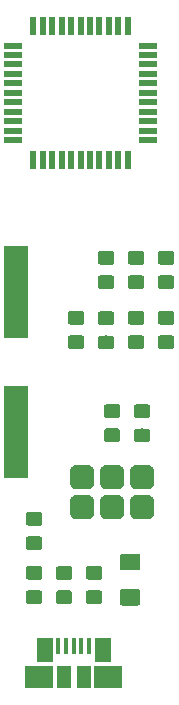
<source format=gbr>
G04 #@! TF.GenerationSoftware,KiCad,Pcbnew,5.0.2-bee76a0~70~ubuntu18.04.1*
G04 #@! TF.CreationDate,2019-10-25T22:44:05+08:00*
G04 #@! TF.ProjectId,TuneShroom,54756e65-5368-4726-9f6f-6d2e6b696361,rev?*
G04 #@! TF.SameCoordinates,Original*
G04 #@! TF.FileFunction,Paste,Bot*
G04 #@! TF.FilePolarity,Positive*
%FSLAX46Y46*%
G04 Gerber Fmt 4.6, Leading zero omitted, Abs format (unit mm)*
G04 Created by KiCad (PCBNEW 5.0.2-bee76a0~70~ubuntu18.04.1) date Fri 25 Oct 2019 22:44:05 HKT*
%MOMM*%
%LPD*%
G01*
G04 APERTURE LIST*
%ADD10R,0.450000X1.380000*%
%ADD11R,1.475000X2.100000*%
%ADD12R,2.375000X1.900000*%
%ADD13R,1.175000X1.900000*%
%ADD14C,0.100000*%
%ADD15C,1.150000*%
%ADD16C,1.425000*%
%ADD17C,2.032000*%
%ADD18R,1.500000X0.550000*%
%ADD19R,0.550000X1.500000*%
%ADD20R,2.000000X7.875000*%
G04 APERTURE END LIST*
D10*
G04 #@! TO.C,J23*
X105247500Y-136180000D03*
X104597500Y-136180000D03*
X103947500Y-136180000D03*
X103297500Y-136180000D03*
X102647500Y-136180000D03*
D11*
X106410000Y-136540000D03*
X101485000Y-136540000D03*
D12*
X106857500Y-138840000D03*
X101037500Y-138840000D03*
D13*
X104787500Y-138840000D03*
X103107500Y-138840000D03*
G04 #@! TD*
D14*
G04 #@! TO.C,R1*
G36*
X107154505Y-102786204D02*
X107178773Y-102789804D01*
X107202572Y-102795765D01*
X107225671Y-102804030D01*
X107247850Y-102814520D01*
X107268893Y-102827132D01*
X107288599Y-102841747D01*
X107306777Y-102858223D01*
X107323253Y-102876401D01*
X107337868Y-102896107D01*
X107350480Y-102917150D01*
X107360970Y-102939329D01*
X107369235Y-102962428D01*
X107375196Y-102986227D01*
X107378796Y-103010495D01*
X107380000Y-103034999D01*
X107380000Y-103685001D01*
X107378796Y-103709505D01*
X107375196Y-103733773D01*
X107369235Y-103757572D01*
X107360970Y-103780671D01*
X107350480Y-103802850D01*
X107337868Y-103823893D01*
X107323253Y-103843599D01*
X107306777Y-103861777D01*
X107288599Y-103878253D01*
X107268893Y-103892868D01*
X107247850Y-103905480D01*
X107225671Y-103915970D01*
X107202572Y-103924235D01*
X107178773Y-103930196D01*
X107154505Y-103933796D01*
X107130001Y-103935000D01*
X106229999Y-103935000D01*
X106205495Y-103933796D01*
X106181227Y-103930196D01*
X106157428Y-103924235D01*
X106134329Y-103915970D01*
X106112150Y-103905480D01*
X106091107Y-103892868D01*
X106071401Y-103878253D01*
X106053223Y-103861777D01*
X106036747Y-103843599D01*
X106022132Y-103823893D01*
X106009520Y-103802850D01*
X105999030Y-103780671D01*
X105990765Y-103757572D01*
X105984804Y-103733773D01*
X105981204Y-103709505D01*
X105980000Y-103685001D01*
X105980000Y-103034999D01*
X105981204Y-103010495D01*
X105984804Y-102986227D01*
X105990765Y-102962428D01*
X105999030Y-102939329D01*
X106009520Y-102917150D01*
X106022132Y-102896107D01*
X106036747Y-102876401D01*
X106053223Y-102858223D01*
X106071401Y-102841747D01*
X106091107Y-102827132D01*
X106112150Y-102814520D01*
X106134329Y-102804030D01*
X106157428Y-102795765D01*
X106181227Y-102789804D01*
X106205495Y-102786204D01*
X106229999Y-102785000D01*
X107130001Y-102785000D01*
X107154505Y-102786204D01*
X107154505Y-102786204D01*
G37*
D15*
X106680000Y-103360000D03*
D14*
G36*
X107154505Y-104836204D02*
X107178773Y-104839804D01*
X107202572Y-104845765D01*
X107225671Y-104854030D01*
X107247850Y-104864520D01*
X107268893Y-104877132D01*
X107288599Y-104891747D01*
X107306777Y-104908223D01*
X107323253Y-104926401D01*
X107337868Y-104946107D01*
X107350480Y-104967150D01*
X107360970Y-104989329D01*
X107369235Y-105012428D01*
X107375196Y-105036227D01*
X107378796Y-105060495D01*
X107380000Y-105084999D01*
X107380000Y-105735001D01*
X107378796Y-105759505D01*
X107375196Y-105783773D01*
X107369235Y-105807572D01*
X107360970Y-105830671D01*
X107350480Y-105852850D01*
X107337868Y-105873893D01*
X107323253Y-105893599D01*
X107306777Y-105911777D01*
X107288599Y-105928253D01*
X107268893Y-105942868D01*
X107247850Y-105955480D01*
X107225671Y-105965970D01*
X107202572Y-105974235D01*
X107178773Y-105980196D01*
X107154505Y-105983796D01*
X107130001Y-105985000D01*
X106229999Y-105985000D01*
X106205495Y-105983796D01*
X106181227Y-105980196D01*
X106157428Y-105974235D01*
X106134329Y-105965970D01*
X106112150Y-105955480D01*
X106091107Y-105942868D01*
X106071401Y-105928253D01*
X106053223Y-105911777D01*
X106036747Y-105893599D01*
X106022132Y-105873893D01*
X106009520Y-105852850D01*
X105999030Y-105830671D01*
X105990765Y-105807572D01*
X105984804Y-105783773D01*
X105981204Y-105759505D01*
X105980000Y-105735001D01*
X105980000Y-105084999D01*
X105981204Y-105060495D01*
X105984804Y-105036227D01*
X105990765Y-105012428D01*
X105999030Y-104989329D01*
X106009520Y-104967150D01*
X106022132Y-104946107D01*
X106036747Y-104926401D01*
X106053223Y-104908223D01*
X106071401Y-104891747D01*
X106091107Y-104877132D01*
X106112150Y-104864520D01*
X106134329Y-104854030D01*
X106157428Y-104845765D01*
X106181227Y-104839804D01*
X106205495Y-104836204D01*
X106229999Y-104835000D01*
X107130001Y-104835000D01*
X107154505Y-104836204D01*
X107154505Y-104836204D01*
G37*
D15*
X106680000Y-105410000D03*
G04 #@! TD*
D14*
G04 #@! TO.C,R2*
G36*
X103598505Y-129465204D02*
X103622773Y-129468804D01*
X103646572Y-129474765D01*
X103669671Y-129483030D01*
X103691850Y-129493520D01*
X103712893Y-129506132D01*
X103732599Y-129520747D01*
X103750777Y-129537223D01*
X103767253Y-129555401D01*
X103781868Y-129575107D01*
X103794480Y-129596150D01*
X103804970Y-129618329D01*
X103813235Y-129641428D01*
X103819196Y-129665227D01*
X103822796Y-129689495D01*
X103824000Y-129713999D01*
X103824000Y-130364001D01*
X103822796Y-130388505D01*
X103819196Y-130412773D01*
X103813235Y-130436572D01*
X103804970Y-130459671D01*
X103794480Y-130481850D01*
X103781868Y-130502893D01*
X103767253Y-130522599D01*
X103750777Y-130540777D01*
X103732599Y-130557253D01*
X103712893Y-130571868D01*
X103691850Y-130584480D01*
X103669671Y-130594970D01*
X103646572Y-130603235D01*
X103622773Y-130609196D01*
X103598505Y-130612796D01*
X103574001Y-130614000D01*
X102673999Y-130614000D01*
X102649495Y-130612796D01*
X102625227Y-130609196D01*
X102601428Y-130603235D01*
X102578329Y-130594970D01*
X102556150Y-130584480D01*
X102535107Y-130571868D01*
X102515401Y-130557253D01*
X102497223Y-130540777D01*
X102480747Y-130522599D01*
X102466132Y-130502893D01*
X102453520Y-130481850D01*
X102443030Y-130459671D01*
X102434765Y-130436572D01*
X102428804Y-130412773D01*
X102425204Y-130388505D01*
X102424000Y-130364001D01*
X102424000Y-129713999D01*
X102425204Y-129689495D01*
X102428804Y-129665227D01*
X102434765Y-129641428D01*
X102443030Y-129618329D01*
X102453520Y-129596150D01*
X102466132Y-129575107D01*
X102480747Y-129555401D01*
X102497223Y-129537223D01*
X102515401Y-129520747D01*
X102535107Y-129506132D01*
X102556150Y-129493520D01*
X102578329Y-129483030D01*
X102601428Y-129474765D01*
X102625227Y-129468804D01*
X102649495Y-129465204D01*
X102673999Y-129464000D01*
X103574001Y-129464000D01*
X103598505Y-129465204D01*
X103598505Y-129465204D01*
G37*
D15*
X103124000Y-130039000D03*
D14*
G36*
X103598505Y-131515204D02*
X103622773Y-131518804D01*
X103646572Y-131524765D01*
X103669671Y-131533030D01*
X103691850Y-131543520D01*
X103712893Y-131556132D01*
X103732599Y-131570747D01*
X103750777Y-131587223D01*
X103767253Y-131605401D01*
X103781868Y-131625107D01*
X103794480Y-131646150D01*
X103804970Y-131668329D01*
X103813235Y-131691428D01*
X103819196Y-131715227D01*
X103822796Y-131739495D01*
X103824000Y-131763999D01*
X103824000Y-132414001D01*
X103822796Y-132438505D01*
X103819196Y-132462773D01*
X103813235Y-132486572D01*
X103804970Y-132509671D01*
X103794480Y-132531850D01*
X103781868Y-132552893D01*
X103767253Y-132572599D01*
X103750777Y-132590777D01*
X103732599Y-132607253D01*
X103712893Y-132621868D01*
X103691850Y-132634480D01*
X103669671Y-132644970D01*
X103646572Y-132653235D01*
X103622773Y-132659196D01*
X103598505Y-132662796D01*
X103574001Y-132664000D01*
X102673999Y-132664000D01*
X102649495Y-132662796D01*
X102625227Y-132659196D01*
X102601428Y-132653235D01*
X102578329Y-132644970D01*
X102556150Y-132634480D01*
X102535107Y-132621868D01*
X102515401Y-132607253D01*
X102497223Y-132590777D01*
X102480747Y-132572599D01*
X102466132Y-132552893D01*
X102453520Y-132531850D01*
X102443030Y-132509671D01*
X102434765Y-132486572D01*
X102428804Y-132462773D01*
X102425204Y-132438505D01*
X102424000Y-132414001D01*
X102424000Y-131763999D01*
X102425204Y-131739495D01*
X102428804Y-131715227D01*
X102434765Y-131691428D01*
X102443030Y-131668329D01*
X102453520Y-131646150D01*
X102466132Y-131625107D01*
X102480747Y-131605401D01*
X102497223Y-131587223D01*
X102515401Y-131570747D01*
X102535107Y-131556132D01*
X102556150Y-131543520D01*
X102578329Y-131533030D01*
X102601428Y-131524765D01*
X102625227Y-131518804D01*
X102649495Y-131515204D01*
X102673999Y-131514000D01*
X103574001Y-131514000D01*
X103598505Y-131515204D01*
X103598505Y-131515204D01*
G37*
D15*
X103124000Y-132089000D03*
G04 #@! TD*
D14*
G04 #@! TO.C,R3*
G36*
X106138505Y-131506204D02*
X106162773Y-131509804D01*
X106186572Y-131515765D01*
X106209671Y-131524030D01*
X106231850Y-131534520D01*
X106252893Y-131547132D01*
X106272599Y-131561747D01*
X106290777Y-131578223D01*
X106307253Y-131596401D01*
X106321868Y-131616107D01*
X106334480Y-131637150D01*
X106344970Y-131659329D01*
X106353235Y-131682428D01*
X106359196Y-131706227D01*
X106362796Y-131730495D01*
X106364000Y-131754999D01*
X106364000Y-132405001D01*
X106362796Y-132429505D01*
X106359196Y-132453773D01*
X106353235Y-132477572D01*
X106344970Y-132500671D01*
X106334480Y-132522850D01*
X106321868Y-132543893D01*
X106307253Y-132563599D01*
X106290777Y-132581777D01*
X106272599Y-132598253D01*
X106252893Y-132612868D01*
X106231850Y-132625480D01*
X106209671Y-132635970D01*
X106186572Y-132644235D01*
X106162773Y-132650196D01*
X106138505Y-132653796D01*
X106114001Y-132655000D01*
X105213999Y-132655000D01*
X105189495Y-132653796D01*
X105165227Y-132650196D01*
X105141428Y-132644235D01*
X105118329Y-132635970D01*
X105096150Y-132625480D01*
X105075107Y-132612868D01*
X105055401Y-132598253D01*
X105037223Y-132581777D01*
X105020747Y-132563599D01*
X105006132Y-132543893D01*
X104993520Y-132522850D01*
X104983030Y-132500671D01*
X104974765Y-132477572D01*
X104968804Y-132453773D01*
X104965204Y-132429505D01*
X104964000Y-132405001D01*
X104964000Y-131754999D01*
X104965204Y-131730495D01*
X104968804Y-131706227D01*
X104974765Y-131682428D01*
X104983030Y-131659329D01*
X104993520Y-131637150D01*
X105006132Y-131616107D01*
X105020747Y-131596401D01*
X105037223Y-131578223D01*
X105055401Y-131561747D01*
X105075107Y-131547132D01*
X105096150Y-131534520D01*
X105118329Y-131524030D01*
X105141428Y-131515765D01*
X105165227Y-131509804D01*
X105189495Y-131506204D01*
X105213999Y-131505000D01*
X106114001Y-131505000D01*
X106138505Y-131506204D01*
X106138505Y-131506204D01*
G37*
D15*
X105664000Y-132080000D03*
D14*
G36*
X106138505Y-129456204D02*
X106162773Y-129459804D01*
X106186572Y-129465765D01*
X106209671Y-129474030D01*
X106231850Y-129484520D01*
X106252893Y-129497132D01*
X106272599Y-129511747D01*
X106290777Y-129528223D01*
X106307253Y-129546401D01*
X106321868Y-129566107D01*
X106334480Y-129587150D01*
X106344970Y-129609329D01*
X106353235Y-129632428D01*
X106359196Y-129656227D01*
X106362796Y-129680495D01*
X106364000Y-129704999D01*
X106364000Y-130355001D01*
X106362796Y-130379505D01*
X106359196Y-130403773D01*
X106353235Y-130427572D01*
X106344970Y-130450671D01*
X106334480Y-130472850D01*
X106321868Y-130493893D01*
X106307253Y-130513599D01*
X106290777Y-130531777D01*
X106272599Y-130548253D01*
X106252893Y-130562868D01*
X106231850Y-130575480D01*
X106209671Y-130585970D01*
X106186572Y-130594235D01*
X106162773Y-130600196D01*
X106138505Y-130603796D01*
X106114001Y-130605000D01*
X105213999Y-130605000D01*
X105189495Y-130603796D01*
X105165227Y-130600196D01*
X105141428Y-130594235D01*
X105118329Y-130585970D01*
X105096150Y-130575480D01*
X105075107Y-130562868D01*
X105055401Y-130548253D01*
X105037223Y-130531777D01*
X105020747Y-130513599D01*
X105006132Y-130493893D01*
X104993520Y-130472850D01*
X104983030Y-130450671D01*
X104974765Y-130427572D01*
X104968804Y-130403773D01*
X104965204Y-130379505D01*
X104964000Y-130355001D01*
X104964000Y-129704999D01*
X104965204Y-129680495D01*
X104968804Y-129656227D01*
X104974765Y-129632428D01*
X104983030Y-129609329D01*
X104993520Y-129587150D01*
X105006132Y-129566107D01*
X105020747Y-129546401D01*
X105037223Y-129528223D01*
X105055401Y-129511747D01*
X105075107Y-129497132D01*
X105096150Y-129484520D01*
X105118329Y-129474030D01*
X105141428Y-129465765D01*
X105165227Y-129459804D01*
X105189495Y-129456204D01*
X105213999Y-129455000D01*
X106114001Y-129455000D01*
X106138505Y-129456204D01*
X106138505Y-129456204D01*
G37*
D15*
X105664000Y-130030000D03*
G04 #@! TD*
D14*
G04 #@! TO.C,R4*
G36*
X101058505Y-126934204D02*
X101082773Y-126937804D01*
X101106572Y-126943765D01*
X101129671Y-126952030D01*
X101151850Y-126962520D01*
X101172893Y-126975132D01*
X101192599Y-126989747D01*
X101210777Y-127006223D01*
X101227253Y-127024401D01*
X101241868Y-127044107D01*
X101254480Y-127065150D01*
X101264970Y-127087329D01*
X101273235Y-127110428D01*
X101279196Y-127134227D01*
X101282796Y-127158495D01*
X101284000Y-127182999D01*
X101284000Y-127833001D01*
X101282796Y-127857505D01*
X101279196Y-127881773D01*
X101273235Y-127905572D01*
X101264970Y-127928671D01*
X101254480Y-127950850D01*
X101241868Y-127971893D01*
X101227253Y-127991599D01*
X101210777Y-128009777D01*
X101192599Y-128026253D01*
X101172893Y-128040868D01*
X101151850Y-128053480D01*
X101129671Y-128063970D01*
X101106572Y-128072235D01*
X101082773Y-128078196D01*
X101058505Y-128081796D01*
X101034001Y-128083000D01*
X100133999Y-128083000D01*
X100109495Y-128081796D01*
X100085227Y-128078196D01*
X100061428Y-128072235D01*
X100038329Y-128063970D01*
X100016150Y-128053480D01*
X99995107Y-128040868D01*
X99975401Y-128026253D01*
X99957223Y-128009777D01*
X99940747Y-127991599D01*
X99926132Y-127971893D01*
X99913520Y-127950850D01*
X99903030Y-127928671D01*
X99894765Y-127905572D01*
X99888804Y-127881773D01*
X99885204Y-127857505D01*
X99884000Y-127833001D01*
X99884000Y-127182999D01*
X99885204Y-127158495D01*
X99888804Y-127134227D01*
X99894765Y-127110428D01*
X99903030Y-127087329D01*
X99913520Y-127065150D01*
X99926132Y-127044107D01*
X99940747Y-127024401D01*
X99957223Y-127006223D01*
X99975401Y-126989747D01*
X99995107Y-126975132D01*
X100016150Y-126962520D01*
X100038329Y-126952030D01*
X100061428Y-126943765D01*
X100085227Y-126937804D01*
X100109495Y-126934204D01*
X100133999Y-126933000D01*
X101034001Y-126933000D01*
X101058505Y-126934204D01*
X101058505Y-126934204D01*
G37*
D15*
X100584000Y-127508000D03*
D14*
G36*
X101058505Y-124884204D02*
X101082773Y-124887804D01*
X101106572Y-124893765D01*
X101129671Y-124902030D01*
X101151850Y-124912520D01*
X101172893Y-124925132D01*
X101192599Y-124939747D01*
X101210777Y-124956223D01*
X101227253Y-124974401D01*
X101241868Y-124994107D01*
X101254480Y-125015150D01*
X101264970Y-125037329D01*
X101273235Y-125060428D01*
X101279196Y-125084227D01*
X101282796Y-125108495D01*
X101284000Y-125132999D01*
X101284000Y-125783001D01*
X101282796Y-125807505D01*
X101279196Y-125831773D01*
X101273235Y-125855572D01*
X101264970Y-125878671D01*
X101254480Y-125900850D01*
X101241868Y-125921893D01*
X101227253Y-125941599D01*
X101210777Y-125959777D01*
X101192599Y-125976253D01*
X101172893Y-125990868D01*
X101151850Y-126003480D01*
X101129671Y-126013970D01*
X101106572Y-126022235D01*
X101082773Y-126028196D01*
X101058505Y-126031796D01*
X101034001Y-126033000D01*
X100133999Y-126033000D01*
X100109495Y-126031796D01*
X100085227Y-126028196D01*
X100061428Y-126022235D01*
X100038329Y-126013970D01*
X100016150Y-126003480D01*
X99995107Y-125990868D01*
X99975401Y-125976253D01*
X99957223Y-125959777D01*
X99940747Y-125941599D01*
X99926132Y-125921893D01*
X99913520Y-125900850D01*
X99903030Y-125878671D01*
X99894765Y-125855572D01*
X99888804Y-125831773D01*
X99885204Y-125807505D01*
X99884000Y-125783001D01*
X99884000Y-125132999D01*
X99885204Y-125108495D01*
X99888804Y-125084227D01*
X99894765Y-125060428D01*
X99903030Y-125037329D01*
X99913520Y-125015150D01*
X99926132Y-124994107D01*
X99940747Y-124974401D01*
X99957223Y-124956223D01*
X99975401Y-124939747D01*
X99995107Y-124925132D01*
X100016150Y-124912520D01*
X100038329Y-124902030D01*
X100061428Y-124893765D01*
X100085227Y-124887804D01*
X100109495Y-124884204D01*
X100133999Y-124883000D01*
X101034001Y-124883000D01*
X101058505Y-124884204D01*
X101058505Y-124884204D01*
G37*
D15*
X100584000Y-125458000D03*
G04 #@! TD*
D14*
G04 #@! TO.C,R5*
G36*
X109694505Y-102786204D02*
X109718773Y-102789804D01*
X109742572Y-102795765D01*
X109765671Y-102804030D01*
X109787850Y-102814520D01*
X109808893Y-102827132D01*
X109828599Y-102841747D01*
X109846777Y-102858223D01*
X109863253Y-102876401D01*
X109877868Y-102896107D01*
X109890480Y-102917150D01*
X109900970Y-102939329D01*
X109909235Y-102962428D01*
X109915196Y-102986227D01*
X109918796Y-103010495D01*
X109920000Y-103034999D01*
X109920000Y-103685001D01*
X109918796Y-103709505D01*
X109915196Y-103733773D01*
X109909235Y-103757572D01*
X109900970Y-103780671D01*
X109890480Y-103802850D01*
X109877868Y-103823893D01*
X109863253Y-103843599D01*
X109846777Y-103861777D01*
X109828599Y-103878253D01*
X109808893Y-103892868D01*
X109787850Y-103905480D01*
X109765671Y-103915970D01*
X109742572Y-103924235D01*
X109718773Y-103930196D01*
X109694505Y-103933796D01*
X109670001Y-103935000D01*
X108769999Y-103935000D01*
X108745495Y-103933796D01*
X108721227Y-103930196D01*
X108697428Y-103924235D01*
X108674329Y-103915970D01*
X108652150Y-103905480D01*
X108631107Y-103892868D01*
X108611401Y-103878253D01*
X108593223Y-103861777D01*
X108576747Y-103843599D01*
X108562132Y-103823893D01*
X108549520Y-103802850D01*
X108539030Y-103780671D01*
X108530765Y-103757572D01*
X108524804Y-103733773D01*
X108521204Y-103709505D01*
X108520000Y-103685001D01*
X108520000Y-103034999D01*
X108521204Y-103010495D01*
X108524804Y-102986227D01*
X108530765Y-102962428D01*
X108539030Y-102939329D01*
X108549520Y-102917150D01*
X108562132Y-102896107D01*
X108576747Y-102876401D01*
X108593223Y-102858223D01*
X108611401Y-102841747D01*
X108631107Y-102827132D01*
X108652150Y-102814520D01*
X108674329Y-102804030D01*
X108697428Y-102795765D01*
X108721227Y-102789804D01*
X108745495Y-102786204D01*
X108769999Y-102785000D01*
X109670001Y-102785000D01*
X109694505Y-102786204D01*
X109694505Y-102786204D01*
G37*
D15*
X109220000Y-103360000D03*
D14*
G36*
X109694505Y-104836204D02*
X109718773Y-104839804D01*
X109742572Y-104845765D01*
X109765671Y-104854030D01*
X109787850Y-104864520D01*
X109808893Y-104877132D01*
X109828599Y-104891747D01*
X109846777Y-104908223D01*
X109863253Y-104926401D01*
X109877868Y-104946107D01*
X109890480Y-104967150D01*
X109900970Y-104989329D01*
X109909235Y-105012428D01*
X109915196Y-105036227D01*
X109918796Y-105060495D01*
X109920000Y-105084999D01*
X109920000Y-105735001D01*
X109918796Y-105759505D01*
X109915196Y-105783773D01*
X109909235Y-105807572D01*
X109900970Y-105830671D01*
X109890480Y-105852850D01*
X109877868Y-105873893D01*
X109863253Y-105893599D01*
X109846777Y-105911777D01*
X109828599Y-105928253D01*
X109808893Y-105942868D01*
X109787850Y-105955480D01*
X109765671Y-105965970D01*
X109742572Y-105974235D01*
X109718773Y-105980196D01*
X109694505Y-105983796D01*
X109670001Y-105985000D01*
X108769999Y-105985000D01*
X108745495Y-105983796D01*
X108721227Y-105980196D01*
X108697428Y-105974235D01*
X108674329Y-105965970D01*
X108652150Y-105955480D01*
X108631107Y-105942868D01*
X108611401Y-105928253D01*
X108593223Y-105911777D01*
X108576747Y-105893599D01*
X108562132Y-105873893D01*
X108549520Y-105852850D01*
X108539030Y-105830671D01*
X108530765Y-105807572D01*
X108524804Y-105783773D01*
X108521204Y-105759505D01*
X108520000Y-105735001D01*
X108520000Y-105084999D01*
X108521204Y-105060495D01*
X108524804Y-105036227D01*
X108530765Y-105012428D01*
X108539030Y-104989329D01*
X108549520Y-104967150D01*
X108562132Y-104946107D01*
X108576747Y-104926401D01*
X108593223Y-104908223D01*
X108611401Y-104891747D01*
X108631107Y-104877132D01*
X108652150Y-104864520D01*
X108674329Y-104854030D01*
X108697428Y-104845765D01*
X108721227Y-104839804D01*
X108745495Y-104836204D01*
X108769999Y-104835000D01*
X109670001Y-104835000D01*
X109694505Y-104836204D01*
X109694505Y-104836204D01*
G37*
D15*
X109220000Y-105410000D03*
G04 #@! TD*
D14*
G04 #@! TO.C,R6*
G36*
X107662505Y-115749204D02*
X107686773Y-115752804D01*
X107710572Y-115758765D01*
X107733671Y-115767030D01*
X107755850Y-115777520D01*
X107776893Y-115790132D01*
X107796599Y-115804747D01*
X107814777Y-115821223D01*
X107831253Y-115839401D01*
X107845868Y-115859107D01*
X107858480Y-115880150D01*
X107868970Y-115902329D01*
X107877235Y-115925428D01*
X107883196Y-115949227D01*
X107886796Y-115973495D01*
X107888000Y-115997999D01*
X107888000Y-116648001D01*
X107886796Y-116672505D01*
X107883196Y-116696773D01*
X107877235Y-116720572D01*
X107868970Y-116743671D01*
X107858480Y-116765850D01*
X107845868Y-116786893D01*
X107831253Y-116806599D01*
X107814777Y-116824777D01*
X107796599Y-116841253D01*
X107776893Y-116855868D01*
X107755850Y-116868480D01*
X107733671Y-116878970D01*
X107710572Y-116887235D01*
X107686773Y-116893196D01*
X107662505Y-116896796D01*
X107638001Y-116898000D01*
X106737999Y-116898000D01*
X106713495Y-116896796D01*
X106689227Y-116893196D01*
X106665428Y-116887235D01*
X106642329Y-116878970D01*
X106620150Y-116868480D01*
X106599107Y-116855868D01*
X106579401Y-116841253D01*
X106561223Y-116824777D01*
X106544747Y-116806599D01*
X106530132Y-116786893D01*
X106517520Y-116765850D01*
X106507030Y-116743671D01*
X106498765Y-116720572D01*
X106492804Y-116696773D01*
X106489204Y-116672505D01*
X106488000Y-116648001D01*
X106488000Y-115997999D01*
X106489204Y-115973495D01*
X106492804Y-115949227D01*
X106498765Y-115925428D01*
X106507030Y-115902329D01*
X106517520Y-115880150D01*
X106530132Y-115859107D01*
X106544747Y-115839401D01*
X106561223Y-115821223D01*
X106579401Y-115804747D01*
X106599107Y-115790132D01*
X106620150Y-115777520D01*
X106642329Y-115767030D01*
X106665428Y-115758765D01*
X106689227Y-115752804D01*
X106713495Y-115749204D01*
X106737999Y-115748000D01*
X107638001Y-115748000D01*
X107662505Y-115749204D01*
X107662505Y-115749204D01*
G37*
D15*
X107188000Y-116323000D03*
D14*
G36*
X107662505Y-117799204D02*
X107686773Y-117802804D01*
X107710572Y-117808765D01*
X107733671Y-117817030D01*
X107755850Y-117827520D01*
X107776893Y-117840132D01*
X107796599Y-117854747D01*
X107814777Y-117871223D01*
X107831253Y-117889401D01*
X107845868Y-117909107D01*
X107858480Y-117930150D01*
X107868970Y-117952329D01*
X107877235Y-117975428D01*
X107883196Y-117999227D01*
X107886796Y-118023495D01*
X107888000Y-118047999D01*
X107888000Y-118698001D01*
X107886796Y-118722505D01*
X107883196Y-118746773D01*
X107877235Y-118770572D01*
X107868970Y-118793671D01*
X107858480Y-118815850D01*
X107845868Y-118836893D01*
X107831253Y-118856599D01*
X107814777Y-118874777D01*
X107796599Y-118891253D01*
X107776893Y-118905868D01*
X107755850Y-118918480D01*
X107733671Y-118928970D01*
X107710572Y-118937235D01*
X107686773Y-118943196D01*
X107662505Y-118946796D01*
X107638001Y-118948000D01*
X106737999Y-118948000D01*
X106713495Y-118946796D01*
X106689227Y-118943196D01*
X106665428Y-118937235D01*
X106642329Y-118928970D01*
X106620150Y-118918480D01*
X106599107Y-118905868D01*
X106579401Y-118891253D01*
X106561223Y-118874777D01*
X106544747Y-118856599D01*
X106530132Y-118836893D01*
X106517520Y-118815850D01*
X106507030Y-118793671D01*
X106498765Y-118770572D01*
X106492804Y-118746773D01*
X106489204Y-118722505D01*
X106488000Y-118698001D01*
X106488000Y-118047999D01*
X106489204Y-118023495D01*
X106492804Y-117999227D01*
X106498765Y-117975428D01*
X106507030Y-117952329D01*
X106517520Y-117930150D01*
X106530132Y-117909107D01*
X106544747Y-117889401D01*
X106561223Y-117871223D01*
X106579401Y-117854747D01*
X106599107Y-117840132D01*
X106620150Y-117827520D01*
X106642329Y-117817030D01*
X106665428Y-117808765D01*
X106689227Y-117802804D01*
X106713495Y-117799204D01*
X106737999Y-117798000D01*
X107638001Y-117798000D01*
X107662505Y-117799204D01*
X107662505Y-117799204D01*
G37*
D15*
X107188000Y-118373000D03*
G04 #@! TD*
D14*
G04 #@! TO.C,TH1*
G36*
X109361504Y-128393704D02*
X109385773Y-128397304D01*
X109409571Y-128403265D01*
X109432671Y-128411530D01*
X109454849Y-128422020D01*
X109475893Y-128434633D01*
X109495598Y-128449247D01*
X109513777Y-128465723D01*
X109530253Y-128483902D01*
X109544867Y-128503607D01*
X109557480Y-128524651D01*
X109567970Y-128546829D01*
X109576235Y-128569929D01*
X109582196Y-128593727D01*
X109585796Y-128617996D01*
X109587000Y-128642500D01*
X109587000Y-129567500D01*
X109585796Y-129592004D01*
X109582196Y-129616273D01*
X109576235Y-129640071D01*
X109567970Y-129663171D01*
X109557480Y-129685349D01*
X109544867Y-129706393D01*
X109530253Y-129726098D01*
X109513777Y-129744277D01*
X109495598Y-129760753D01*
X109475893Y-129775367D01*
X109454849Y-129787980D01*
X109432671Y-129798470D01*
X109409571Y-129806735D01*
X109385773Y-129812696D01*
X109361504Y-129816296D01*
X109337000Y-129817500D01*
X108087000Y-129817500D01*
X108062496Y-129816296D01*
X108038227Y-129812696D01*
X108014429Y-129806735D01*
X107991329Y-129798470D01*
X107969151Y-129787980D01*
X107948107Y-129775367D01*
X107928402Y-129760753D01*
X107910223Y-129744277D01*
X107893747Y-129726098D01*
X107879133Y-129706393D01*
X107866520Y-129685349D01*
X107856030Y-129663171D01*
X107847765Y-129640071D01*
X107841804Y-129616273D01*
X107838204Y-129592004D01*
X107837000Y-129567500D01*
X107837000Y-128642500D01*
X107838204Y-128617996D01*
X107841804Y-128593727D01*
X107847765Y-128569929D01*
X107856030Y-128546829D01*
X107866520Y-128524651D01*
X107879133Y-128503607D01*
X107893747Y-128483902D01*
X107910223Y-128465723D01*
X107928402Y-128449247D01*
X107948107Y-128434633D01*
X107969151Y-128422020D01*
X107991329Y-128411530D01*
X108014429Y-128403265D01*
X108038227Y-128397304D01*
X108062496Y-128393704D01*
X108087000Y-128392500D01*
X109337000Y-128392500D01*
X109361504Y-128393704D01*
X109361504Y-128393704D01*
G37*
D16*
X108712000Y-129105000D03*
D14*
G36*
X109361504Y-131368704D02*
X109385773Y-131372304D01*
X109409571Y-131378265D01*
X109432671Y-131386530D01*
X109454849Y-131397020D01*
X109475893Y-131409633D01*
X109495598Y-131424247D01*
X109513777Y-131440723D01*
X109530253Y-131458902D01*
X109544867Y-131478607D01*
X109557480Y-131499651D01*
X109567970Y-131521829D01*
X109576235Y-131544929D01*
X109582196Y-131568727D01*
X109585796Y-131592996D01*
X109587000Y-131617500D01*
X109587000Y-132542500D01*
X109585796Y-132567004D01*
X109582196Y-132591273D01*
X109576235Y-132615071D01*
X109567970Y-132638171D01*
X109557480Y-132660349D01*
X109544867Y-132681393D01*
X109530253Y-132701098D01*
X109513777Y-132719277D01*
X109495598Y-132735753D01*
X109475893Y-132750367D01*
X109454849Y-132762980D01*
X109432671Y-132773470D01*
X109409571Y-132781735D01*
X109385773Y-132787696D01*
X109361504Y-132791296D01*
X109337000Y-132792500D01*
X108087000Y-132792500D01*
X108062496Y-132791296D01*
X108038227Y-132787696D01*
X108014429Y-132781735D01*
X107991329Y-132773470D01*
X107969151Y-132762980D01*
X107948107Y-132750367D01*
X107928402Y-132735753D01*
X107910223Y-132719277D01*
X107893747Y-132701098D01*
X107879133Y-132681393D01*
X107866520Y-132660349D01*
X107856030Y-132638171D01*
X107847765Y-132615071D01*
X107841804Y-132591273D01*
X107838204Y-132567004D01*
X107837000Y-132542500D01*
X107837000Y-131617500D01*
X107838204Y-131592996D01*
X107841804Y-131568727D01*
X107847765Y-131544929D01*
X107856030Y-131521829D01*
X107866520Y-131499651D01*
X107879133Y-131478607D01*
X107893747Y-131458902D01*
X107910223Y-131440723D01*
X107928402Y-131424247D01*
X107948107Y-131409633D01*
X107969151Y-131397020D01*
X107991329Y-131386530D01*
X108014429Y-131378265D01*
X108038227Y-131372304D01*
X108062496Y-131368704D01*
X108087000Y-131367500D01*
X109337000Y-131367500D01*
X109361504Y-131368704D01*
X109361504Y-131368704D01*
G37*
D16*
X108712000Y-132080000D03*
G04 #@! TD*
D14*
G04 #@! TO.C,TP1*
G36*
X105205793Y-120906446D02*
X105255106Y-120913761D01*
X105303465Y-120925874D01*
X105350403Y-120942669D01*
X105395470Y-120963984D01*
X105438230Y-120989613D01*
X105478272Y-121019311D01*
X105515210Y-121052790D01*
X105548689Y-121089728D01*
X105578387Y-121129770D01*
X105604016Y-121172530D01*
X105625331Y-121217597D01*
X105642126Y-121264535D01*
X105654239Y-121312894D01*
X105661554Y-121362207D01*
X105664000Y-121412000D01*
X105664000Y-122428000D01*
X105661554Y-122477793D01*
X105654239Y-122527106D01*
X105642126Y-122575465D01*
X105625331Y-122622403D01*
X105604016Y-122667470D01*
X105578387Y-122710230D01*
X105548689Y-122750272D01*
X105515210Y-122787210D01*
X105478272Y-122820689D01*
X105438230Y-122850387D01*
X105395470Y-122876016D01*
X105350403Y-122897331D01*
X105303465Y-122914126D01*
X105255106Y-122926239D01*
X105205793Y-122933554D01*
X105156000Y-122936000D01*
X104140000Y-122936000D01*
X104090207Y-122933554D01*
X104040894Y-122926239D01*
X103992535Y-122914126D01*
X103945597Y-122897331D01*
X103900530Y-122876016D01*
X103857770Y-122850387D01*
X103817728Y-122820689D01*
X103780790Y-122787210D01*
X103747311Y-122750272D01*
X103717613Y-122710230D01*
X103691984Y-122667470D01*
X103670669Y-122622403D01*
X103653874Y-122575465D01*
X103641761Y-122527106D01*
X103634446Y-122477793D01*
X103632000Y-122428000D01*
X103632000Y-121412000D01*
X103634446Y-121362207D01*
X103641761Y-121312894D01*
X103653874Y-121264535D01*
X103670669Y-121217597D01*
X103691984Y-121172530D01*
X103717613Y-121129770D01*
X103747311Y-121089728D01*
X103780790Y-121052790D01*
X103817728Y-121019311D01*
X103857770Y-120989613D01*
X103900530Y-120963984D01*
X103945597Y-120942669D01*
X103992535Y-120925874D01*
X104040894Y-120913761D01*
X104090207Y-120906446D01*
X104140000Y-120904000D01*
X105156000Y-120904000D01*
X105205793Y-120906446D01*
X105205793Y-120906446D01*
G37*
D17*
X104648000Y-121920000D03*
D14*
G36*
X105205793Y-123446446D02*
X105255106Y-123453761D01*
X105303465Y-123465874D01*
X105350403Y-123482669D01*
X105395470Y-123503984D01*
X105438230Y-123529613D01*
X105478272Y-123559311D01*
X105515210Y-123592790D01*
X105548689Y-123629728D01*
X105578387Y-123669770D01*
X105604016Y-123712530D01*
X105625331Y-123757597D01*
X105642126Y-123804535D01*
X105654239Y-123852894D01*
X105661554Y-123902207D01*
X105664000Y-123952000D01*
X105664000Y-124968000D01*
X105661554Y-125017793D01*
X105654239Y-125067106D01*
X105642126Y-125115465D01*
X105625331Y-125162403D01*
X105604016Y-125207470D01*
X105578387Y-125250230D01*
X105548689Y-125290272D01*
X105515210Y-125327210D01*
X105478272Y-125360689D01*
X105438230Y-125390387D01*
X105395470Y-125416016D01*
X105350403Y-125437331D01*
X105303465Y-125454126D01*
X105255106Y-125466239D01*
X105205793Y-125473554D01*
X105156000Y-125476000D01*
X104140000Y-125476000D01*
X104090207Y-125473554D01*
X104040894Y-125466239D01*
X103992535Y-125454126D01*
X103945597Y-125437331D01*
X103900530Y-125416016D01*
X103857770Y-125390387D01*
X103817728Y-125360689D01*
X103780790Y-125327210D01*
X103747311Y-125290272D01*
X103717613Y-125250230D01*
X103691984Y-125207470D01*
X103670669Y-125162403D01*
X103653874Y-125115465D01*
X103641761Y-125067106D01*
X103634446Y-125017793D01*
X103632000Y-124968000D01*
X103632000Y-123952000D01*
X103634446Y-123902207D01*
X103641761Y-123852894D01*
X103653874Y-123804535D01*
X103670669Y-123757597D01*
X103691984Y-123712530D01*
X103717613Y-123669770D01*
X103747311Y-123629728D01*
X103780790Y-123592790D01*
X103817728Y-123559311D01*
X103857770Y-123529613D01*
X103900530Y-123503984D01*
X103945597Y-123482669D01*
X103992535Y-123465874D01*
X104040894Y-123453761D01*
X104090207Y-123446446D01*
X104140000Y-123444000D01*
X105156000Y-123444000D01*
X105205793Y-123446446D01*
X105205793Y-123446446D01*
G37*
D17*
X104648000Y-124460000D03*
D14*
G36*
X107745793Y-120906446D02*
X107795106Y-120913761D01*
X107843465Y-120925874D01*
X107890403Y-120942669D01*
X107935470Y-120963984D01*
X107978230Y-120989613D01*
X108018272Y-121019311D01*
X108055210Y-121052790D01*
X108088689Y-121089728D01*
X108118387Y-121129770D01*
X108144016Y-121172530D01*
X108165331Y-121217597D01*
X108182126Y-121264535D01*
X108194239Y-121312894D01*
X108201554Y-121362207D01*
X108204000Y-121412000D01*
X108204000Y-122428000D01*
X108201554Y-122477793D01*
X108194239Y-122527106D01*
X108182126Y-122575465D01*
X108165331Y-122622403D01*
X108144016Y-122667470D01*
X108118387Y-122710230D01*
X108088689Y-122750272D01*
X108055210Y-122787210D01*
X108018272Y-122820689D01*
X107978230Y-122850387D01*
X107935470Y-122876016D01*
X107890403Y-122897331D01*
X107843465Y-122914126D01*
X107795106Y-122926239D01*
X107745793Y-122933554D01*
X107696000Y-122936000D01*
X106680000Y-122936000D01*
X106630207Y-122933554D01*
X106580894Y-122926239D01*
X106532535Y-122914126D01*
X106485597Y-122897331D01*
X106440530Y-122876016D01*
X106397770Y-122850387D01*
X106357728Y-122820689D01*
X106320790Y-122787210D01*
X106287311Y-122750272D01*
X106257613Y-122710230D01*
X106231984Y-122667470D01*
X106210669Y-122622403D01*
X106193874Y-122575465D01*
X106181761Y-122527106D01*
X106174446Y-122477793D01*
X106172000Y-122428000D01*
X106172000Y-121412000D01*
X106174446Y-121362207D01*
X106181761Y-121312894D01*
X106193874Y-121264535D01*
X106210669Y-121217597D01*
X106231984Y-121172530D01*
X106257613Y-121129770D01*
X106287311Y-121089728D01*
X106320790Y-121052790D01*
X106357728Y-121019311D01*
X106397770Y-120989613D01*
X106440530Y-120963984D01*
X106485597Y-120942669D01*
X106532535Y-120925874D01*
X106580894Y-120913761D01*
X106630207Y-120906446D01*
X106680000Y-120904000D01*
X107696000Y-120904000D01*
X107745793Y-120906446D01*
X107745793Y-120906446D01*
G37*
D17*
X107188000Y-121920000D03*
D14*
G36*
X107745793Y-123446446D02*
X107795106Y-123453761D01*
X107843465Y-123465874D01*
X107890403Y-123482669D01*
X107935470Y-123503984D01*
X107978230Y-123529613D01*
X108018272Y-123559311D01*
X108055210Y-123592790D01*
X108088689Y-123629728D01*
X108118387Y-123669770D01*
X108144016Y-123712530D01*
X108165331Y-123757597D01*
X108182126Y-123804535D01*
X108194239Y-123852894D01*
X108201554Y-123902207D01*
X108204000Y-123952000D01*
X108204000Y-124968000D01*
X108201554Y-125017793D01*
X108194239Y-125067106D01*
X108182126Y-125115465D01*
X108165331Y-125162403D01*
X108144016Y-125207470D01*
X108118387Y-125250230D01*
X108088689Y-125290272D01*
X108055210Y-125327210D01*
X108018272Y-125360689D01*
X107978230Y-125390387D01*
X107935470Y-125416016D01*
X107890403Y-125437331D01*
X107843465Y-125454126D01*
X107795106Y-125466239D01*
X107745793Y-125473554D01*
X107696000Y-125476000D01*
X106680000Y-125476000D01*
X106630207Y-125473554D01*
X106580894Y-125466239D01*
X106532535Y-125454126D01*
X106485597Y-125437331D01*
X106440530Y-125416016D01*
X106397770Y-125390387D01*
X106357728Y-125360689D01*
X106320790Y-125327210D01*
X106287311Y-125290272D01*
X106257613Y-125250230D01*
X106231984Y-125207470D01*
X106210669Y-125162403D01*
X106193874Y-125115465D01*
X106181761Y-125067106D01*
X106174446Y-125017793D01*
X106172000Y-124968000D01*
X106172000Y-123952000D01*
X106174446Y-123902207D01*
X106181761Y-123852894D01*
X106193874Y-123804535D01*
X106210669Y-123757597D01*
X106231984Y-123712530D01*
X106257613Y-123669770D01*
X106287311Y-123629728D01*
X106320790Y-123592790D01*
X106357728Y-123559311D01*
X106397770Y-123529613D01*
X106440530Y-123503984D01*
X106485597Y-123482669D01*
X106532535Y-123465874D01*
X106580894Y-123453761D01*
X106630207Y-123446446D01*
X106680000Y-123444000D01*
X107696000Y-123444000D01*
X107745793Y-123446446D01*
X107745793Y-123446446D01*
G37*
D17*
X107188000Y-124460000D03*
D14*
G36*
X110285793Y-120906446D02*
X110335106Y-120913761D01*
X110383465Y-120925874D01*
X110430403Y-120942669D01*
X110475470Y-120963984D01*
X110518230Y-120989613D01*
X110558272Y-121019311D01*
X110595210Y-121052790D01*
X110628689Y-121089728D01*
X110658387Y-121129770D01*
X110684016Y-121172530D01*
X110705331Y-121217597D01*
X110722126Y-121264535D01*
X110734239Y-121312894D01*
X110741554Y-121362207D01*
X110744000Y-121412000D01*
X110744000Y-122428000D01*
X110741554Y-122477793D01*
X110734239Y-122527106D01*
X110722126Y-122575465D01*
X110705331Y-122622403D01*
X110684016Y-122667470D01*
X110658387Y-122710230D01*
X110628689Y-122750272D01*
X110595210Y-122787210D01*
X110558272Y-122820689D01*
X110518230Y-122850387D01*
X110475470Y-122876016D01*
X110430403Y-122897331D01*
X110383465Y-122914126D01*
X110335106Y-122926239D01*
X110285793Y-122933554D01*
X110236000Y-122936000D01*
X109220000Y-122936000D01*
X109170207Y-122933554D01*
X109120894Y-122926239D01*
X109072535Y-122914126D01*
X109025597Y-122897331D01*
X108980530Y-122876016D01*
X108937770Y-122850387D01*
X108897728Y-122820689D01*
X108860790Y-122787210D01*
X108827311Y-122750272D01*
X108797613Y-122710230D01*
X108771984Y-122667470D01*
X108750669Y-122622403D01*
X108733874Y-122575465D01*
X108721761Y-122527106D01*
X108714446Y-122477793D01*
X108712000Y-122428000D01*
X108712000Y-121412000D01*
X108714446Y-121362207D01*
X108721761Y-121312894D01*
X108733874Y-121264535D01*
X108750669Y-121217597D01*
X108771984Y-121172530D01*
X108797613Y-121129770D01*
X108827311Y-121089728D01*
X108860790Y-121052790D01*
X108897728Y-121019311D01*
X108937770Y-120989613D01*
X108980530Y-120963984D01*
X109025597Y-120942669D01*
X109072535Y-120925874D01*
X109120894Y-120913761D01*
X109170207Y-120906446D01*
X109220000Y-120904000D01*
X110236000Y-120904000D01*
X110285793Y-120906446D01*
X110285793Y-120906446D01*
G37*
D17*
X109728000Y-121920000D03*
D14*
G36*
X110285793Y-123446446D02*
X110335106Y-123453761D01*
X110383465Y-123465874D01*
X110430403Y-123482669D01*
X110475470Y-123503984D01*
X110518230Y-123529613D01*
X110558272Y-123559311D01*
X110595210Y-123592790D01*
X110628689Y-123629728D01*
X110658387Y-123669770D01*
X110684016Y-123712530D01*
X110705331Y-123757597D01*
X110722126Y-123804535D01*
X110734239Y-123852894D01*
X110741554Y-123902207D01*
X110744000Y-123952000D01*
X110744000Y-124968000D01*
X110741554Y-125017793D01*
X110734239Y-125067106D01*
X110722126Y-125115465D01*
X110705331Y-125162403D01*
X110684016Y-125207470D01*
X110658387Y-125250230D01*
X110628689Y-125290272D01*
X110595210Y-125327210D01*
X110558272Y-125360689D01*
X110518230Y-125390387D01*
X110475470Y-125416016D01*
X110430403Y-125437331D01*
X110383465Y-125454126D01*
X110335106Y-125466239D01*
X110285793Y-125473554D01*
X110236000Y-125476000D01*
X109220000Y-125476000D01*
X109170207Y-125473554D01*
X109120894Y-125466239D01*
X109072535Y-125454126D01*
X109025597Y-125437331D01*
X108980530Y-125416016D01*
X108937770Y-125390387D01*
X108897728Y-125360689D01*
X108860790Y-125327210D01*
X108827311Y-125290272D01*
X108797613Y-125250230D01*
X108771984Y-125207470D01*
X108750669Y-125162403D01*
X108733874Y-125115465D01*
X108721761Y-125067106D01*
X108714446Y-125017793D01*
X108712000Y-124968000D01*
X108712000Y-123952000D01*
X108714446Y-123902207D01*
X108721761Y-123852894D01*
X108733874Y-123804535D01*
X108750669Y-123757597D01*
X108771984Y-123712530D01*
X108797613Y-123669770D01*
X108827311Y-123629728D01*
X108860790Y-123592790D01*
X108897728Y-123559311D01*
X108937770Y-123529613D01*
X108980530Y-123503984D01*
X109025597Y-123482669D01*
X109072535Y-123465874D01*
X109120894Y-123453761D01*
X109170207Y-123446446D01*
X109220000Y-123444000D01*
X110236000Y-123444000D01*
X110285793Y-123446446D01*
X110285793Y-123446446D01*
G37*
D17*
X109728000Y-124460000D03*
G04 #@! TD*
D18*
G04 #@! TO.C,U1*
X110221000Y-85383000D03*
X110221000Y-86183000D03*
X110221000Y-86983000D03*
X110221000Y-87783000D03*
X110221000Y-88583000D03*
X110221000Y-89383000D03*
X110221000Y-90183000D03*
X110221000Y-90983000D03*
X110221000Y-91783000D03*
X110221000Y-92583000D03*
X110221000Y-93383000D03*
D19*
X108521000Y-95083000D03*
X107721000Y-95083000D03*
X106921000Y-95083000D03*
X106121000Y-95083000D03*
X105321000Y-95083000D03*
X104521000Y-95083000D03*
X103721000Y-95083000D03*
X102921000Y-95083000D03*
X102121000Y-95083000D03*
X101321000Y-95083000D03*
X100521000Y-95083000D03*
D18*
X98821000Y-93383000D03*
X98821000Y-92583000D03*
X98821000Y-91783000D03*
X98821000Y-90983000D03*
X98821000Y-90183000D03*
X98821000Y-89383000D03*
X98821000Y-88583000D03*
X98821000Y-87783000D03*
X98821000Y-86983000D03*
X98821000Y-86183000D03*
X98821000Y-85383000D03*
D19*
X100521000Y-83683000D03*
X101321000Y-83683000D03*
X102121000Y-83683000D03*
X102921000Y-83683000D03*
X103721000Y-83683000D03*
X104521000Y-83683000D03*
X105321000Y-83683000D03*
X106121000Y-83683000D03*
X106921000Y-83683000D03*
X107721000Y-83683000D03*
X108521000Y-83683000D03*
G04 #@! TD*
D20*
G04 #@! TO.C,Y1*
X99060000Y-106235000D03*
X99060000Y-118110000D03*
G04 #@! TD*
D14*
G04 #@! TO.C,C1*
G36*
X107154505Y-107884204D02*
X107178773Y-107887804D01*
X107202572Y-107893765D01*
X107225671Y-107902030D01*
X107247850Y-107912520D01*
X107268893Y-107925132D01*
X107288599Y-107939747D01*
X107306777Y-107956223D01*
X107323253Y-107974401D01*
X107337868Y-107994107D01*
X107350480Y-108015150D01*
X107360970Y-108037329D01*
X107369235Y-108060428D01*
X107375196Y-108084227D01*
X107378796Y-108108495D01*
X107380000Y-108132999D01*
X107380000Y-108783001D01*
X107378796Y-108807505D01*
X107375196Y-108831773D01*
X107369235Y-108855572D01*
X107360970Y-108878671D01*
X107350480Y-108900850D01*
X107337868Y-108921893D01*
X107323253Y-108941599D01*
X107306777Y-108959777D01*
X107288599Y-108976253D01*
X107268893Y-108990868D01*
X107247850Y-109003480D01*
X107225671Y-109013970D01*
X107202572Y-109022235D01*
X107178773Y-109028196D01*
X107154505Y-109031796D01*
X107130001Y-109033000D01*
X106229999Y-109033000D01*
X106205495Y-109031796D01*
X106181227Y-109028196D01*
X106157428Y-109022235D01*
X106134329Y-109013970D01*
X106112150Y-109003480D01*
X106091107Y-108990868D01*
X106071401Y-108976253D01*
X106053223Y-108959777D01*
X106036747Y-108941599D01*
X106022132Y-108921893D01*
X106009520Y-108900850D01*
X105999030Y-108878671D01*
X105990765Y-108855572D01*
X105984804Y-108831773D01*
X105981204Y-108807505D01*
X105980000Y-108783001D01*
X105980000Y-108132999D01*
X105981204Y-108108495D01*
X105984804Y-108084227D01*
X105990765Y-108060428D01*
X105999030Y-108037329D01*
X106009520Y-108015150D01*
X106022132Y-107994107D01*
X106036747Y-107974401D01*
X106053223Y-107956223D01*
X106071401Y-107939747D01*
X106091107Y-107925132D01*
X106112150Y-107912520D01*
X106134329Y-107902030D01*
X106157428Y-107893765D01*
X106181227Y-107887804D01*
X106205495Y-107884204D01*
X106229999Y-107883000D01*
X107130001Y-107883000D01*
X107154505Y-107884204D01*
X107154505Y-107884204D01*
G37*
D15*
X106680000Y-108458000D03*
D14*
G36*
X107154505Y-109934204D02*
X107178773Y-109937804D01*
X107202572Y-109943765D01*
X107225671Y-109952030D01*
X107247850Y-109962520D01*
X107268893Y-109975132D01*
X107288599Y-109989747D01*
X107306777Y-110006223D01*
X107323253Y-110024401D01*
X107337868Y-110044107D01*
X107350480Y-110065150D01*
X107360970Y-110087329D01*
X107369235Y-110110428D01*
X107375196Y-110134227D01*
X107378796Y-110158495D01*
X107380000Y-110182999D01*
X107380000Y-110833001D01*
X107378796Y-110857505D01*
X107375196Y-110881773D01*
X107369235Y-110905572D01*
X107360970Y-110928671D01*
X107350480Y-110950850D01*
X107337868Y-110971893D01*
X107323253Y-110991599D01*
X107306777Y-111009777D01*
X107288599Y-111026253D01*
X107268893Y-111040868D01*
X107247850Y-111053480D01*
X107225671Y-111063970D01*
X107202572Y-111072235D01*
X107178773Y-111078196D01*
X107154505Y-111081796D01*
X107130001Y-111083000D01*
X106229999Y-111083000D01*
X106205495Y-111081796D01*
X106181227Y-111078196D01*
X106157428Y-111072235D01*
X106134329Y-111063970D01*
X106112150Y-111053480D01*
X106091107Y-111040868D01*
X106071401Y-111026253D01*
X106053223Y-111009777D01*
X106036747Y-110991599D01*
X106022132Y-110971893D01*
X106009520Y-110950850D01*
X105999030Y-110928671D01*
X105990765Y-110905572D01*
X105984804Y-110881773D01*
X105981204Y-110857505D01*
X105980000Y-110833001D01*
X105980000Y-110182999D01*
X105981204Y-110158495D01*
X105984804Y-110134227D01*
X105990765Y-110110428D01*
X105999030Y-110087329D01*
X106009520Y-110065150D01*
X106022132Y-110044107D01*
X106036747Y-110024401D01*
X106053223Y-110006223D01*
X106071401Y-109989747D01*
X106091107Y-109975132D01*
X106112150Y-109962520D01*
X106134329Y-109952030D01*
X106157428Y-109943765D01*
X106181227Y-109937804D01*
X106205495Y-109934204D01*
X106229999Y-109933000D01*
X107130001Y-109933000D01*
X107154505Y-109934204D01*
X107154505Y-109934204D01*
G37*
D15*
X106680000Y-110508000D03*
G04 #@! TD*
D14*
G04 #@! TO.C,C2*
G36*
X104614505Y-107866204D02*
X104638773Y-107869804D01*
X104662572Y-107875765D01*
X104685671Y-107884030D01*
X104707850Y-107894520D01*
X104728893Y-107907132D01*
X104748599Y-107921747D01*
X104766777Y-107938223D01*
X104783253Y-107956401D01*
X104797868Y-107976107D01*
X104810480Y-107997150D01*
X104820970Y-108019329D01*
X104829235Y-108042428D01*
X104835196Y-108066227D01*
X104838796Y-108090495D01*
X104840000Y-108114999D01*
X104840000Y-108765001D01*
X104838796Y-108789505D01*
X104835196Y-108813773D01*
X104829235Y-108837572D01*
X104820970Y-108860671D01*
X104810480Y-108882850D01*
X104797868Y-108903893D01*
X104783253Y-108923599D01*
X104766777Y-108941777D01*
X104748599Y-108958253D01*
X104728893Y-108972868D01*
X104707850Y-108985480D01*
X104685671Y-108995970D01*
X104662572Y-109004235D01*
X104638773Y-109010196D01*
X104614505Y-109013796D01*
X104590001Y-109015000D01*
X103689999Y-109015000D01*
X103665495Y-109013796D01*
X103641227Y-109010196D01*
X103617428Y-109004235D01*
X103594329Y-108995970D01*
X103572150Y-108985480D01*
X103551107Y-108972868D01*
X103531401Y-108958253D01*
X103513223Y-108941777D01*
X103496747Y-108923599D01*
X103482132Y-108903893D01*
X103469520Y-108882850D01*
X103459030Y-108860671D01*
X103450765Y-108837572D01*
X103444804Y-108813773D01*
X103441204Y-108789505D01*
X103440000Y-108765001D01*
X103440000Y-108114999D01*
X103441204Y-108090495D01*
X103444804Y-108066227D01*
X103450765Y-108042428D01*
X103459030Y-108019329D01*
X103469520Y-107997150D01*
X103482132Y-107976107D01*
X103496747Y-107956401D01*
X103513223Y-107938223D01*
X103531401Y-107921747D01*
X103551107Y-107907132D01*
X103572150Y-107894520D01*
X103594329Y-107884030D01*
X103617428Y-107875765D01*
X103641227Y-107869804D01*
X103665495Y-107866204D01*
X103689999Y-107865000D01*
X104590001Y-107865000D01*
X104614505Y-107866204D01*
X104614505Y-107866204D01*
G37*
D15*
X104140000Y-108440000D03*
D14*
G36*
X104614505Y-109916204D02*
X104638773Y-109919804D01*
X104662572Y-109925765D01*
X104685671Y-109934030D01*
X104707850Y-109944520D01*
X104728893Y-109957132D01*
X104748599Y-109971747D01*
X104766777Y-109988223D01*
X104783253Y-110006401D01*
X104797868Y-110026107D01*
X104810480Y-110047150D01*
X104820970Y-110069329D01*
X104829235Y-110092428D01*
X104835196Y-110116227D01*
X104838796Y-110140495D01*
X104840000Y-110164999D01*
X104840000Y-110815001D01*
X104838796Y-110839505D01*
X104835196Y-110863773D01*
X104829235Y-110887572D01*
X104820970Y-110910671D01*
X104810480Y-110932850D01*
X104797868Y-110953893D01*
X104783253Y-110973599D01*
X104766777Y-110991777D01*
X104748599Y-111008253D01*
X104728893Y-111022868D01*
X104707850Y-111035480D01*
X104685671Y-111045970D01*
X104662572Y-111054235D01*
X104638773Y-111060196D01*
X104614505Y-111063796D01*
X104590001Y-111065000D01*
X103689999Y-111065000D01*
X103665495Y-111063796D01*
X103641227Y-111060196D01*
X103617428Y-111054235D01*
X103594329Y-111045970D01*
X103572150Y-111035480D01*
X103551107Y-111022868D01*
X103531401Y-111008253D01*
X103513223Y-110991777D01*
X103496747Y-110973599D01*
X103482132Y-110953893D01*
X103469520Y-110932850D01*
X103459030Y-110910671D01*
X103450765Y-110887572D01*
X103444804Y-110863773D01*
X103441204Y-110839505D01*
X103440000Y-110815001D01*
X103440000Y-110164999D01*
X103441204Y-110140495D01*
X103444804Y-110116227D01*
X103450765Y-110092428D01*
X103459030Y-110069329D01*
X103469520Y-110047150D01*
X103482132Y-110026107D01*
X103496747Y-110006401D01*
X103513223Y-109988223D01*
X103531401Y-109971747D01*
X103551107Y-109957132D01*
X103572150Y-109944520D01*
X103594329Y-109934030D01*
X103617428Y-109925765D01*
X103641227Y-109919804D01*
X103665495Y-109916204D01*
X103689999Y-109915000D01*
X104590001Y-109915000D01*
X104614505Y-109916204D01*
X104614505Y-109916204D01*
G37*
D15*
X104140000Y-110490000D03*
G04 #@! TD*
D14*
G04 #@! TO.C,C3*
G36*
X112234505Y-102786204D02*
X112258773Y-102789804D01*
X112282572Y-102795765D01*
X112305671Y-102804030D01*
X112327850Y-102814520D01*
X112348893Y-102827132D01*
X112368599Y-102841747D01*
X112386777Y-102858223D01*
X112403253Y-102876401D01*
X112417868Y-102896107D01*
X112430480Y-102917150D01*
X112440970Y-102939329D01*
X112449235Y-102962428D01*
X112455196Y-102986227D01*
X112458796Y-103010495D01*
X112460000Y-103034999D01*
X112460000Y-103685001D01*
X112458796Y-103709505D01*
X112455196Y-103733773D01*
X112449235Y-103757572D01*
X112440970Y-103780671D01*
X112430480Y-103802850D01*
X112417868Y-103823893D01*
X112403253Y-103843599D01*
X112386777Y-103861777D01*
X112368599Y-103878253D01*
X112348893Y-103892868D01*
X112327850Y-103905480D01*
X112305671Y-103915970D01*
X112282572Y-103924235D01*
X112258773Y-103930196D01*
X112234505Y-103933796D01*
X112210001Y-103935000D01*
X111309999Y-103935000D01*
X111285495Y-103933796D01*
X111261227Y-103930196D01*
X111237428Y-103924235D01*
X111214329Y-103915970D01*
X111192150Y-103905480D01*
X111171107Y-103892868D01*
X111151401Y-103878253D01*
X111133223Y-103861777D01*
X111116747Y-103843599D01*
X111102132Y-103823893D01*
X111089520Y-103802850D01*
X111079030Y-103780671D01*
X111070765Y-103757572D01*
X111064804Y-103733773D01*
X111061204Y-103709505D01*
X111060000Y-103685001D01*
X111060000Y-103034999D01*
X111061204Y-103010495D01*
X111064804Y-102986227D01*
X111070765Y-102962428D01*
X111079030Y-102939329D01*
X111089520Y-102917150D01*
X111102132Y-102896107D01*
X111116747Y-102876401D01*
X111133223Y-102858223D01*
X111151401Y-102841747D01*
X111171107Y-102827132D01*
X111192150Y-102814520D01*
X111214329Y-102804030D01*
X111237428Y-102795765D01*
X111261227Y-102789804D01*
X111285495Y-102786204D01*
X111309999Y-102785000D01*
X112210001Y-102785000D01*
X112234505Y-102786204D01*
X112234505Y-102786204D01*
G37*
D15*
X111760000Y-103360000D03*
D14*
G36*
X112234505Y-104836204D02*
X112258773Y-104839804D01*
X112282572Y-104845765D01*
X112305671Y-104854030D01*
X112327850Y-104864520D01*
X112348893Y-104877132D01*
X112368599Y-104891747D01*
X112386777Y-104908223D01*
X112403253Y-104926401D01*
X112417868Y-104946107D01*
X112430480Y-104967150D01*
X112440970Y-104989329D01*
X112449235Y-105012428D01*
X112455196Y-105036227D01*
X112458796Y-105060495D01*
X112460000Y-105084999D01*
X112460000Y-105735001D01*
X112458796Y-105759505D01*
X112455196Y-105783773D01*
X112449235Y-105807572D01*
X112440970Y-105830671D01*
X112430480Y-105852850D01*
X112417868Y-105873893D01*
X112403253Y-105893599D01*
X112386777Y-105911777D01*
X112368599Y-105928253D01*
X112348893Y-105942868D01*
X112327850Y-105955480D01*
X112305671Y-105965970D01*
X112282572Y-105974235D01*
X112258773Y-105980196D01*
X112234505Y-105983796D01*
X112210001Y-105985000D01*
X111309999Y-105985000D01*
X111285495Y-105983796D01*
X111261227Y-105980196D01*
X111237428Y-105974235D01*
X111214329Y-105965970D01*
X111192150Y-105955480D01*
X111171107Y-105942868D01*
X111151401Y-105928253D01*
X111133223Y-105911777D01*
X111116747Y-105893599D01*
X111102132Y-105873893D01*
X111089520Y-105852850D01*
X111079030Y-105830671D01*
X111070765Y-105807572D01*
X111064804Y-105783773D01*
X111061204Y-105759505D01*
X111060000Y-105735001D01*
X111060000Y-105084999D01*
X111061204Y-105060495D01*
X111064804Y-105036227D01*
X111070765Y-105012428D01*
X111079030Y-104989329D01*
X111089520Y-104967150D01*
X111102132Y-104946107D01*
X111116747Y-104926401D01*
X111133223Y-104908223D01*
X111151401Y-104891747D01*
X111171107Y-104877132D01*
X111192150Y-104864520D01*
X111214329Y-104854030D01*
X111237428Y-104845765D01*
X111261227Y-104839804D01*
X111285495Y-104836204D01*
X111309999Y-104835000D01*
X112210001Y-104835000D01*
X112234505Y-104836204D01*
X112234505Y-104836204D01*
G37*
D15*
X111760000Y-105410000D03*
G04 #@! TD*
D14*
G04 #@! TO.C,C4*
G36*
X112234505Y-109916204D02*
X112258773Y-109919804D01*
X112282572Y-109925765D01*
X112305671Y-109934030D01*
X112327850Y-109944520D01*
X112348893Y-109957132D01*
X112368599Y-109971747D01*
X112386777Y-109988223D01*
X112403253Y-110006401D01*
X112417868Y-110026107D01*
X112430480Y-110047150D01*
X112440970Y-110069329D01*
X112449235Y-110092428D01*
X112455196Y-110116227D01*
X112458796Y-110140495D01*
X112460000Y-110164999D01*
X112460000Y-110815001D01*
X112458796Y-110839505D01*
X112455196Y-110863773D01*
X112449235Y-110887572D01*
X112440970Y-110910671D01*
X112430480Y-110932850D01*
X112417868Y-110953893D01*
X112403253Y-110973599D01*
X112386777Y-110991777D01*
X112368599Y-111008253D01*
X112348893Y-111022868D01*
X112327850Y-111035480D01*
X112305671Y-111045970D01*
X112282572Y-111054235D01*
X112258773Y-111060196D01*
X112234505Y-111063796D01*
X112210001Y-111065000D01*
X111309999Y-111065000D01*
X111285495Y-111063796D01*
X111261227Y-111060196D01*
X111237428Y-111054235D01*
X111214329Y-111045970D01*
X111192150Y-111035480D01*
X111171107Y-111022868D01*
X111151401Y-111008253D01*
X111133223Y-110991777D01*
X111116747Y-110973599D01*
X111102132Y-110953893D01*
X111089520Y-110932850D01*
X111079030Y-110910671D01*
X111070765Y-110887572D01*
X111064804Y-110863773D01*
X111061204Y-110839505D01*
X111060000Y-110815001D01*
X111060000Y-110164999D01*
X111061204Y-110140495D01*
X111064804Y-110116227D01*
X111070765Y-110092428D01*
X111079030Y-110069329D01*
X111089520Y-110047150D01*
X111102132Y-110026107D01*
X111116747Y-110006401D01*
X111133223Y-109988223D01*
X111151401Y-109971747D01*
X111171107Y-109957132D01*
X111192150Y-109944520D01*
X111214329Y-109934030D01*
X111237428Y-109925765D01*
X111261227Y-109919804D01*
X111285495Y-109916204D01*
X111309999Y-109915000D01*
X112210001Y-109915000D01*
X112234505Y-109916204D01*
X112234505Y-109916204D01*
G37*
D15*
X111760000Y-110490000D03*
D14*
G36*
X112234505Y-107866204D02*
X112258773Y-107869804D01*
X112282572Y-107875765D01*
X112305671Y-107884030D01*
X112327850Y-107894520D01*
X112348893Y-107907132D01*
X112368599Y-107921747D01*
X112386777Y-107938223D01*
X112403253Y-107956401D01*
X112417868Y-107976107D01*
X112430480Y-107997150D01*
X112440970Y-108019329D01*
X112449235Y-108042428D01*
X112455196Y-108066227D01*
X112458796Y-108090495D01*
X112460000Y-108114999D01*
X112460000Y-108765001D01*
X112458796Y-108789505D01*
X112455196Y-108813773D01*
X112449235Y-108837572D01*
X112440970Y-108860671D01*
X112430480Y-108882850D01*
X112417868Y-108903893D01*
X112403253Y-108923599D01*
X112386777Y-108941777D01*
X112368599Y-108958253D01*
X112348893Y-108972868D01*
X112327850Y-108985480D01*
X112305671Y-108995970D01*
X112282572Y-109004235D01*
X112258773Y-109010196D01*
X112234505Y-109013796D01*
X112210001Y-109015000D01*
X111309999Y-109015000D01*
X111285495Y-109013796D01*
X111261227Y-109010196D01*
X111237428Y-109004235D01*
X111214329Y-108995970D01*
X111192150Y-108985480D01*
X111171107Y-108972868D01*
X111151401Y-108958253D01*
X111133223Y-108941777D01*
X111116747Y-108923599D01*
X111102132Y-108903893D01*
X111089520Y-108882850D01*
X111079030Y-108860671D01*
X111070765Y-108837572D01*
X111064804Y-108813773D01*
X111061204Y-108789505D01*
X111060000Y-108765001D01*
X111060000Y-108114999D01*
X111061204Y-108090495D01*
X111064804Y-108066227D01*
X111070765Y-108042428D01*
X111079030Y-108019329D01*
X111089520Y-107997150D01*
X111102132Y-107976107D01*
X111116747Y-107956401D01*
X111133223Y-107938223D01*
X111151401Y-107921747D01*
X111171107Y-107907132D01*
X111192150Y-107894520D01*
X111214329Y-107884030D01*
X111237428Y-107875765D01*
X111261227Y-107869804D01*
X111285495Y-107866204D01*
X111309999Y-107865000D01*
X112210001Y-107865000D01*
X112234505Y-107866204D01*
X112234505Y-107866204D01*
G37*
D15*
X111760000Y-108440000D03*
G04 #@! TD*
D14*
G04 #@! TO.C,C5*
G36*
X109694505Y-109916204D02*
X109718773Y-109919804D01*
X109742572Y-109925765D01*
X109765671Y-109934030D01*
X109787850Y-109944520D01*
X109808893Y-109957132D01*
X109828599Y-109971747D01*
X109846777Y-109988223D01*
X109863253Y-110006401D01*
X109877868Y-110026107D01*
X109890480Y-110047150D01*
X109900970Y-110069329D01*
X109909235Y-110092428D01*
X109915196Y-110116227D01*
X109918796Y-110140495D01*
X109920000Y-110164999D01*
X109920000Y-110815001D01*
X109918796Y-110839505D01*
X109915196Y-110863773D01*
X109909235Y-110887572D01*
X109900970Y-110910671D01*
X109890480Y-110932850D01*
X109877868Y-110953893D01*
X109863253Y-110973599D01*
X109846777Y-110991777D01*
X109828599Y-111008253D01*
X109808893Y-111022868D01*
X109787850Y-111035480D01*
X109765671Y-111045970D01*
X109742572Y-111054235D01*
X109718773Y-111060196D01*
X109694505Y-111063796D01*
X109670001Y-111065000D01*
X108769999Y-111065000D01*
X108745495Y-111063796D01*
X108721227Y-111060196D01*
X108697428Y-111054235D01*
X108674329Y-111045970D01*
X108652150Y-111035480D01*
X108631107Y-111022868D01*
X108611401Y-111008253D01*
X108593223Y-110991777D01*
X108576747Y-110973599D01*
X108562132Y-110953893D01*
X108549520Y-110932850D01*
X108539030Y-110910671D01*
X108530765Y-110887572D01*
X108524804Y-110863773D01*
X108521204Y-110839505D01*
X108520000Y-110815001D01*
X108520000Y-110164999D01*
X108521204Y-110140495D01*
X108524804Y-110116227D01*
X108530765Y-110092428D01*
X108539030Y-110069329D01*
X108549520Y-110047150D01*
X108562132Y-110026107D01*
X108576747Y-110006401D01*
X108593223Y-109988223D01*
X108611401Y-109971747D01*
X108631107Y-109957132D01*
X108652150Y-109944520D01*
X108674329Y-109934030D01*
X108697428Y-109925765D01*
X108721227Y-109919804D01*
X108745495Y-109916204D01*
X108769999Y-109915000D01*
X109670001Y-109915000D01*
X109694505Y-109916204D01*
X109694505Y-109916204D01*
G37*
D15*
X109220000Y-110490000D03*
D14*
G36*
X109694505Y-107866204D02*
X109718773Y-107869804D01*
X109742572Y-107875765D01*
X109765671Y-107884030D01*
X109787850Y-107894520D01*
X109808893Y-107907132D01*
X109828599Y-107921747D01*
X109846777Y-107938223D01*
X109863253Y-107956401D01*
X109877868Y-107976107D01*
X109890480Y-107997150D01*
X109900970Y-108019329D01*
X109909235Y-108042428D01*
X109915196Y-108066227D01*
X109918796Y-108090495D01*
X109920000Y-108114999D01*
X109920000Y-108765001D01*
X109918796Y-108789505D01*
X109915196Y-108813773D01*
X109909235Y-108837572D01*
X109900970Y-108860671D01*
X109890480Y-108882850D01*
X109877868Y-108903893D01*
X109863253Y-108923599D01*
X109846777Y-108941777D01*
X109828599Y-108958253D01*
X109808893Y-108972868D01*
X109787850Y-108985480D01*
X109765671Y-108995970D01*
X109742572Y-109004235D01*
X109718773Y-109010196D01*
X109694505Y-109013796D01*
X109670001Y-109015000D01*
X108769999Y-109015000D01*
X108745495Y-109013796D01*
X108721227Y-109010196D01*
X108697428Y-109004235D01*
X108674329Y-108995970D01*
X108652150Y-108985480D01*
X108631107Y-108972868D01*
X108611401Y-108958253D01*
X108593223Y-108941777D01*
X108576747Y-108923599D01*
X108562132Y-108903893D01*
X108549520Y-108882850D01*
X108539030Y-108860671D01*
X108530765Y-108837572D01*
X108524804Y-108813773D01*
X108521204Y-108789505D01*
X108520000Y-108765001D01*
X108520000Y-108114999D01*
X108521204Y-108090495D01*
X108524804Y-108066227D01*
X108530765Y-108042428D01*
X108539030Y-108019329D01*
X108549520Y-107997150D01*
X108562132Y-107976107D01*
X108576747Y-107956401D01*
X108593223Y-107938223D01*
X108611401Y-107921747D01*
X108631107Y-107907132D01*
X108652150Y-107894520D01*
X108674329Y-107884030D01*
X108697428Y-107875765D01*
X108721227Y-107869804D01*
X108745495Y-107866204D01*
X108769999Y-107865000D01*
X109670001Y-107865000D01*
X109694505Y-107866204D01*
X109694505Y-107866204D01*
G37*
D15*
X109220000Y-108440000D03*
G04 #@! TD*
D14*
G04 #@! TO.C,D1*
G36*
X101058505Y-129456204D02*
X101082773Y-129459804D01*
X101106572Y-129465765D01*
X101129671Y-129474030D01*
X101151850Y-129484520D01*
X101172893Y-129497132D01*
X101192599Y-129511747D01*
X101210777Y-129528223D01*
X101227253Y-129546401D01*
X101241868Y-129566107D01*
X101254480Y-129587150D01*
X101264970Y-129609329D01*
X101273235Y-129632428D01*
X101279196Y-129656227D01*
X101282796Y-129680495D01*
X101284000Y-129704999D01*
X101284000Y-130355001D01*
X101282796Y-130379505D01*
X101279196Y-130403773D01*
X101273235Y-130427572D01*
X101264970Y-130450671D01*
X101254480Y-130472850D01*
X101241868Y-130493893D01*
X101227253Y-130513599D01*
X101210777Y-130531777D01*
X101192599Y-130548253D01*
X101172893Y-130562868D01*
X101151850Y-130575480D01*
X101129671Y-130585970D01*
X101106572Y-130594235D01*
X101082773Y-130600196D01*
X101058505Y-130603796D01*
X101034001Y-130605000D01*
X100133999Y-130605000D01*
X100109495Y-130603796D01*
X100085227Y-130600196D01*
X100061428Y-130594235D01*
X100038329Y-130585970D01*
X100016150Y-130575480D01*
X99995107Y-130562868D01*
X99975401Y-130548253D01*
X99957223Y-130531777D01*
X99940747Y-130513599D01*
X99926132Y-130493893D01*
X99913520Y-130472850D01*
X99903030Y-130450671D01*
X99894765Y-130427572D01*
X99888804Y-130403773D01*
X99885204Y-130379505D01*
X99884000Y-130355001D01*
X99884000Y-129704999D01*
X99885204Y-129680495D01*
X99888804Y-129656227D01*
X99894765Y-129632428D01*
X99903030Y-129609329D01*
X99913520Y-129587150D01*
X99926132Y-129566107D01*
X99940747Y-129546401D01*
X99957223Y-129528223D01*
X99975401Y-129511747D01*
X99995107Y-129497132D01*
X100016150Y-129484520D01*
X100038329Y-129474030D01*
X100061428Y-129465765D01*
X100085227Y-129459804D01*
X100109495Y-129456204D01*
X100133999Y-129455000D01*
X101034001Y-129455000D01*
X101058505Y-129456204D01*
X101058505Y-129456204D01*
G37*
D15*
X100584000Y-130030000D03*
D14*
G36*
X101058505Y-131506204D02*
X101082773Y-131509804D01*
X101106572Y-131515765D01*
X101129671Y-131524030D01*
X101151850Y-131534520D01*
X101172893Y-131547132D01*
X101192599Y-131561747D01*
X101210777Y-131578223D01*
X101227253Y-131596401D01*
X101241868Y-131616107D01*
X101254480Y-131637150D01*
X101264970Y-131659329D01*
X101273235Y-131682428D01*
X101279196Y-131706227D01*
X101282796Y-131730495D01*
X101284000Y-131754999D01*
X101284000Y-132405001D01*
X101282796Y-132429505D01*
X101279196Y-132453773D01*
X101273235Y-132477572D01*
X101264970Y-132500671D01*
X101254480Y-132522850D01*
X101241868Y-132543893D01*
X101227253Y-132563599D01*
X101210777Y-132581777D01*
X101192599Y-132598253D01*
X101172893Y-132612868D01*
X101151850Y-132625480D01*
X101129671Y-132635970D01*
X101106572Y-132644235D01*
X101082773Y-132650196D01*
X101058505Y-132653796D01*
X101034001Y-132655000D01*
X100133999Y-132655000D01*
X100109495Y-132653796D01*
X100085227Y-132650196D01*
X100061428Y-132644235D01*
X100038329Y-132635970D01*
X100016150Y-132625480D01*
X99995107Y-132612868D01*
X99975401Y-132598253D01*
X99957223Y-132581777D01*
X99940747Y-132563599D01*
X99926132Y-132543893D01*
X99913520Y-132522850D01*
X99903030Y-132500671D01*
X99894765Y-132477572D01*
X99888804Y-132453773D01*
X99885204Y-132429505D01*
X99884000Y-132405001D01*
X99884000Y-131754999D01*
X99885204Y-131730495D01*
X99888804Y-131706227D01*
X99894765Y-131682428D01*
X99903030Y-131659329D01*
X99913520Y-131637150D01*
X99926132Y-131616107D01*
X99940747Y-131596401D01*
X99957223Y-131578223D01*
X99975401Y-131561747D01*
X99995107Y-131547132D01*
X100016150Y-131534520D01*
X100038329Y-131524030D01*
X100061428Y-131515765D01*
X100085227Y-131509804D01*
X100109495Y-131506204D01*
X100133999Y-131505000D01*
X101034001Y-131505000D01*
X101058505Y-131506204D01*
X101058505Y-131506204D01*
G37*
D15*
X100584000Y-132080000D03*
G04 #@! TD*
D14*
G04 #@! TO.C,D2*
G36*
X110202505Y-117808204D02*
X110226773Y-117811804D01*
X110250572Y-117817765D01*
X110273671Y-117826030D01*
X110295850Y-117836520D01*
X110316893Y-117849132D01*
X110336599Y-117863747D01*
X110354777Y-117880223D01*
X110371253Y-117898401D01*
X110385868Y-117918107D01*
X110398480Y-117939150D01*
X110408970Y-117961329D01*
X110417235Y-117984428D01*
X110423196Y-118008227D01*
X110426796Y-118032495D01*
X110428000Y-118056999D01*
X110428000Y-118707001D01*
X110426796Y-118731505D01*
X110423196Y-118755773D01*
X110417235Y-118779572D01*
X110408970Y-118802671D01*
X110398480Y-118824850D01*
X110385868Y-118845893D01*
X110371253Y-118865599D01*
X110354777Y-118883777D01*
X110336599Y-118900253D01*
X110316893Y-118914868D01*
X110295850Y-118927480D01*
X110273671Y-118937970D01*
X110250572Y-118946235D01*
X110226773Y-118952196D01*
X110202505Y-118955796D01*
X110178001Y-118957000D01*
X109277999Y-118957000D01*
X109253495Y-118955796D01*
X109229227Y-118952196D01*
X109205428Y-118946235D01*
X109182329Y-118937970D01*
X109160150Y-118927480D01*
X109139107Y-118914868D01*
X109119401Y-118900253D01*
X109101223Y-118883777D01*
X109084747Y-118865599D01*
X109070132Y-118845893D01*
X109057520Y-118824850D01*
X109047030Y-118802671D01*
X109038765Y-118779572D01*
X109032804Y-118755773D01*
X109029204Y-118731505D01*
X109028000Y-118707001D01*
X109028000Y-118056999D01*
X109029204Y-118032495D01*
X109032804Y-118008227D01*
X109038765Y-117984428D01*
X109047030Y-117961329D01*
X109057520Y-117939150D01*
X109070132Y-117918107D01*
X109084747Y-117898401D01*
X109101223Y-117880223D01*
X109119401Y-117863747D01*
X109139107Y-117849132D01*
X109160150Y-117836520D01*
X109182329Y-117826030D01*
X109205428Y-117817765D01*
X109229227Y-117811804D01*
X109253495Y-117808204D01*
X109277999Y-117807000D01*
X110178001Y-117807000D01*
X110202505Y-117808204D01*
X110202505Y-117808204D01*
G37*
D15*
X109728000Y-118382000D03*
D14*
G36*
X110202505Y-115758204D02*
X110226773Y-115761804D01*
X110250572Y-115767765D01*
X110273671Y-115776030D01*
X110295850Y-115786520D01*
X110316893Y-115799132D01*
X110336599Y-115813747D01*
X110354777Y-115830223D01*
X110371253Y-115848401D01*
X110385868Y-115868107D01*
X110398480Y-115889150D01*
X110408970Y-115911329D01*
X110417235Y-115934428D01*
X110423196Y-115958227D01*
X110426796Y-115982495D01*
X110428000Y-116006999D01*
X110428000Y-116657001D01*
X110426796Y-116681505D01*
X110423196Y-116705773D01*
X110417235Y-116729572D01*
X110408970Y-116752671D01*
X110398480Y-116774850D01*
X110385868Y-116795893D01*
X110371253Y-116815599D01*
X110354777Y-116833777D01*
X110336599Y-116850253D01*
X110316893Y-116864868D01*
X110295850Y-116877480D01*
X110273671Y-116887970D01*
X110250572Y-116896235D01*
X110226773Y-116902196D01*
X110202505Y-116905796D01*
X110178001Y-116907000D01*
X109277999Y-116907000D01*
X109253495Y-116905796D01*
X109229227Y-116902196D01*
X109205428Y-116896235D01*
X109182329Y-116887970D01*
X109160150Y-116877480D01*
X109139107Y-116864868D01*
X109119401Y-116850253D01*
X109101223Y-116833777D01*
X109084747Y-116815599D01*
X109070132Y-116795893D01*
X109057520Y-116774850D01*
X109047030Y-116752671D01*
X109038765Y-116729572D01*
X109032804Y-116705773D01*
X109029204Y-116681505D01*
X109028000Y-116657001D01*
X109028000Y-116006999D01*
X109029204Y-115982495D01*
X109032804Y-115958227D01*
X109038765Y-115934428D01*
X109047030Y-115911329D01*
X109057520Y-115889150D01*
X109070132Y-115868107D01*
X109084747Y-115848401D01*
X109101223Y-115830223D01*
X109119401Y-115813747D01*
X109139107Y-115799132D01*
X109160150Y-115786520D01*
X109182329Y-115776030D01*
X109205428Y-115767765D01*
X109229227Y-115761804D01*
X109253495Y-115758204D01*
X109277999Y-115757000D01*
X110178001Y-115757000D01*
X110202505Y-115758204D01*
X110202505Y-115758204D01*
G37*
D15*
X109728000Y-116332000D03*
G04 #@! TD*
M02*

</source>
